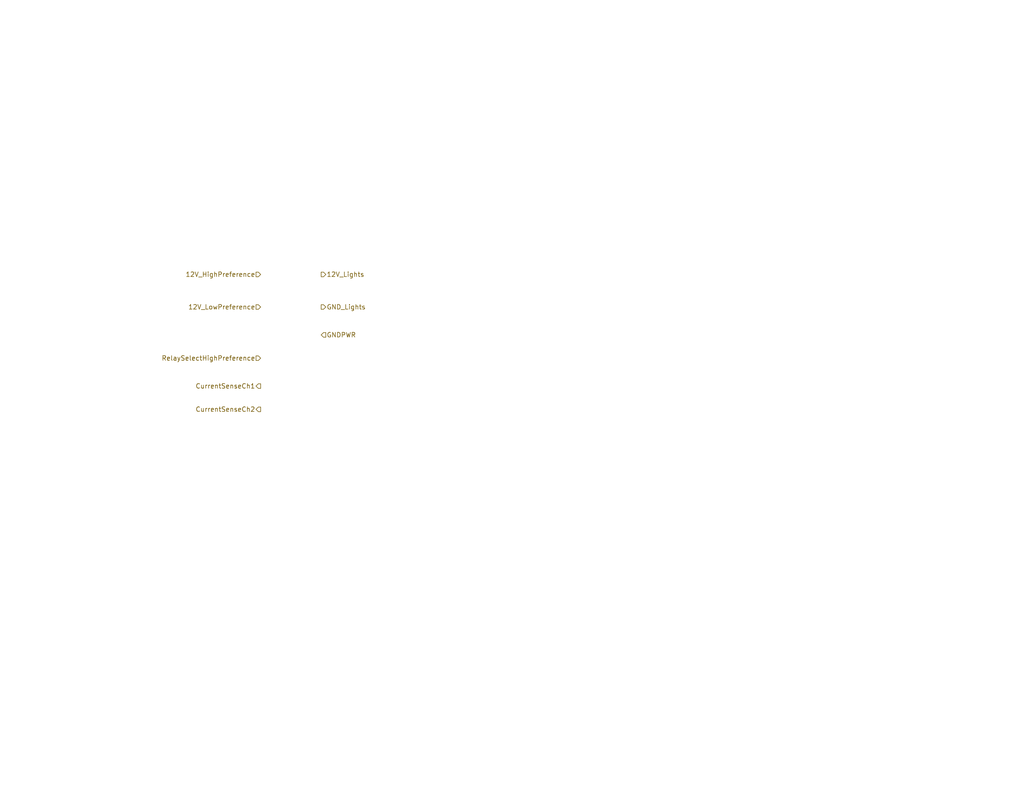
<source format=kicad_sch>
(kicad_sch
	(version 20231120)
	(generator "eeschema")
	(generator_version "8.0")
	(uuid "7f61db34-7bc0-48eb-8a36-b7574d3425bd")
	(paper "USLetter")
	(title_block
		(date "2024-03-02")
		(rev "A01")
	)
	(lib_symbols)
	(hierarchical_label "CurrentSenseCh1"
		(shape output)
		(at 71.12 105.41 180)
		(fields_autoplaced yes)
		(effects
			(font
				(size 1.27 1.27)
			)
			(justify right)
		)
		(uuid "198ba96a-37a8-44df-a3c4-952b7865b6a6")
	)
	(hierarchical_label "12V_Lights"
		(shape output)
		(at 87.63 74.93 0)
		(fields_autoplaced yes)
		(effects
			(font
				(size 1.27 1.27)
			)
			(justify left)
		)
		(uuid "44b76f2d-b3c5-42d9-a883-49d04b5d5c6e")
	)
	(hierarchical_label "CurrentSenseCh2"
		(shape output)
		(at 71.12 111.76 180)
		(fields_autoplaced yes)
		(effects
			(font
				(size 1.27 1.27)
			)
			(justify right)
		)
		(uuid "78d50c97-1f2d-450d-bf79-8090ef9d9509")
	)
	(hierarchical_label "GNDPWR"
		(shape input)
		(at 87.63 91.44 0)
		(fields_autoplaced yes)
		(effects
			(font
				(size 1.27 1.27)
			)
			(justify left)
		)
		(uuid "c09bf153-28e8-413d-b1f0-38eee6f19531")
	)
	(hierarchical_label "RelaySelectHighPreference"
		(shape input)
		(at 71.12 97.79 180)
		(fields_autoplaced yes)
		(effects
			(font
				(size 1.27 1.27)
			)
			(justify right)
		)
		(uuid "d493e8b1-ab40-432f-8a06-f1875752458e")
	)
	(hierarchical_label "12V_LowPreference"
		(shape input)
		(at 71.12 83.82 180)
		(fields_autoplaced yes)
		(effects
			(font
				(size 1.27 1.27)
			)
			(justify right)
		)
		(uuid "e420cf35-9464-4548-85ec-4d247e599ad2")
	)
	(hierarchical_label "GND_Lights"
		(shape output)
		(at 87.63 83.82 0)
		(fields_autoplaced yes)
		(effects
			(font
				(size 1.27 1.27)
			)
			(justify left)
		)
		(uuid "f74376c3-d203-46e0-9b71-ef3c918f5e92")
	)
	(hierarchical_label "12V_HighPreference"
		(shape input)
		(at 71.12 74.93 180)
		(fields_autoplaced yes)
		(effects
			(font
				(size 1.27 1.27)
			)
			(justify right)
		)
		(uuid "fe10e861-834b-4176-8fe2-1f4dd549a647")
	)
)
</source>
